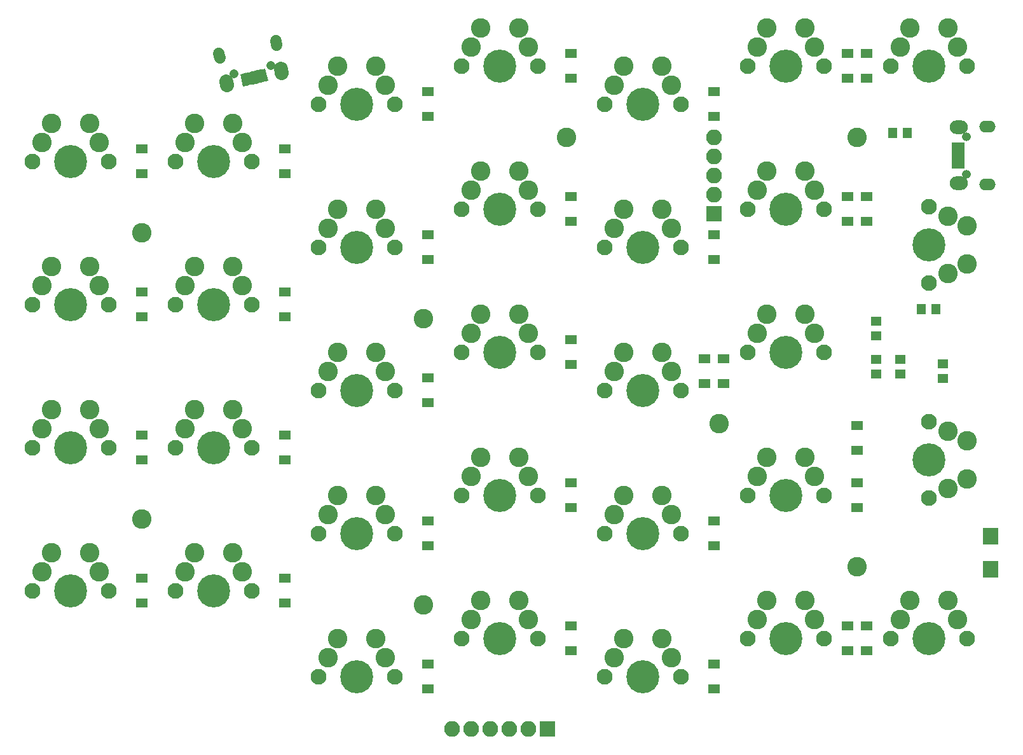
<source format=gbr>
G04 #@! TF.FileFunction,Soldermask,Bot*
%FSLAX46Y46*%
G04 Gerber Fmt 4.6, Leading zero omitted, Abs format (unit mm)*
G04 Created by KiCad (PCBNEW 4.0.7+dfsg1-1~bpo9+1) date Sat May 26 14:22:04 2018*
%MOMM*%
%LPD*%
G01*
G04 APERTURE LIST*
%ADD10C,0.100000*%
%ADD11C,2.600000*%
%ADD12C,4.400000*%
%ADD13C,2.100000*%
%ADD14R,2.100000X2.100000*%
%ADD15O,2.100000X2.100000*%
%ADD16C,1.850000*%
%ADD17C,1.550000*%
%ADD18C,1.200000*%
%ADD19R,1.400000X1.245000*%
%ADD20R,1.245000X1.400000*%
%ADD21O,2.400000X1.850000*%
%ADD22O,2.200000X1.550000*%
%ADD23O,1.200000X1.200000*%
%ADD24R,1.700000X0.850000*%
%ADD25R,2.100000X2.200000*%
%ADD26R,1.600000X1.300000*%
G04 APERTURE END LIST*
D10*
D11*
X154940000Y-52070000D03*
X148590000Y-54610000D03*
D12*
X152400000Y-57150000D03*
D13*
X147320000Y-57150000D03*
X157480000Y-57150000D03*
D11*
X149860000Y-52070000D03*
X156210000Y-54610000D03*
D14*
X142875000Y-57785000D03*
D15*
X142875000Y-55245000D03*
X142875000Y-52705000D03*
X142875000Y-50165000D03*
X142875000Y-47625000D03*
D14*
X120650000Y-126365000D03*
D15*
X118110000Y-126365000D03*
X115570000Y-126365000D03*
X113030000Y-126365000D03*
X110490000Y-126365000D03*
X107950000Y-126365000D03*
D11*
X154940000Y-71120000D03*
X148590000Y-73660000D03*
D12*
X152400000Y-76200000D03*
D13*
X147320000Y-76200000D03*
X157480000Y-76200000D03*
D11*
X149860000Y-71120000D03*
X156210000Y-73660000D03*
X97790000Y-38100000D03*
X91440000Y-40640000D03*
D12*
X95250000Y-43180000D03*
D13*
X90170000Y-43180000D03*
X100330000Y-43180000D03*
D11*
X92710000Y-38100000D03*
X99060000Y-40640000D03*
D16*
X85308110Y-39018140D02*
X85186258Y-38481808D01*
X78043247Y-40668676D02*
X77921395Y-40132344D01*
D17*
X84623575Y-35328098D02*
X84479569Y-34694250D01*
X77066168Y-37045099D02*
X76922162Y-36411251D01*
D18*
X83820000Y-37997464D02*
X83820000Y-37997464D01*
X78944253Y-39105207D02*
X78944253Y-39105207D01*
D10*
G36*
X80584258Y-38988978D02*
X80960891Y-40646732D01*
X80132014Y-40835048D01*
X79755381Y-39177294D01*
X80584258Y-38988978D01*
X80584258Y-38988978D01*
G37*
G36*
X81218105Y-38844971D02*
X81594738Y-40502725D01*
X80765861Y-40691041D01*
X80389228Y-39033287D01*
X81218105Y-38844971D01*
X81218105Y-38844971D01*
G37*
G36*
X81851952Y-38700965D02*
X82228585Y-40358719D01*
X81399708Y-40547035D01*
X81023075Y-38889281D01*
X81851952Y-38700965D01*
X81851952Y-38700965D01*
G37*
G36*
X82485799Y-38556958D02*
X82862432Y-40214712D01*
X82033555Y-40403028D01*
X81656922Y-38745274D01*
X82485799Y-38556958D01*
X82485799Y-38556958D01*
G37*
G36*
X83119646Y-38412952D02*
X83496279Y-40070706D01*
X82667402Y-40259022D01*
X82290769Y-38601268D01*
X83119646Y-38412952D01*
X83119646Y-38412952D01*
G37*
D11*
X78740000Y-45720000D03*
X72390000Y-48260000D03*
D12*
X76200000Y-50800000D03*
D13*
X71120000Y-50800000D03*
X81280000Y-50800000D03*
D11*
X73660000Y-45720000D03*
X80010000Y-48260000D03*
X135890000Y-38100000D03*
X129540000Y-40640000D03*
D12*
X133350000Y-43180000D03*
D13*
X128270000Y-43180000D03*
X138430000Y-43180000D03*
D11*
X130810000Y-38100000D03*
X137160000Y-40640000D03*
X154940000Y-33020000D03*
X148590000Y-35560000D03*
D12*
X152400000Y-38100000D03*
D13*
X147320000Y-38100000D03*
X157480000Y-38100000D03*
D11*
X149860000Y-33020000D03*
X156210000Y-35560000D03*
X173990000Y-33020000D03*
X167640000Y-35560000D03*
D12*
X171450000Y-38100000D03*
D13*
X166370000Y-38100000D03*
X176530000Y-38100000D03*
D11*
X168910000Y-33020000D03*
X175260000Y-35560000D03*
X78740000Y-64770000D03*
X72390000Y-67310000D03*
D12*
X76200000Y-69850000D03*
D13*
X71120000Y-69850000D03*
X81280000Y-69850000D03*
D11*
X73660000Y-64770000D03*
X80010000Y-67310000D03*
X97790000Y-57150000D03*
X91440000Y-59690000D03*
D12*
X95250000Y-62230000D03*
D13*
X90170000Y-62230000D03*
X100330000Y-62230000D03*
D11*
X92710000Y-57150000D03*
X99060000Y-59690000D03*
X116840000Y-52070000D03*
X110490000Y-54610000D03*
D12*
X114300000Y-57150000D03*
D13*
X109220000Y-57150000D03*
X119380000Y-57150000D03*
D11*
X111760000Y-52070000D03*
X118110000Y-54610000D03*
X135890000Y-57150000D03*
X129540000Y-59690000D03*
D12*
X133350000Y-62230000D03*
D13*
X128270000Y-62230000D03*
X138430000Y-62230000D03*
D11*
X130810000Y-57150000D03*
X137160000Y-59690000D03*
X78740000Y-83820000D03*
X72390000Y-86360000D03*
D12*
X76200000Y-88900000D03*
D13*
X71120000Y-88900000D03*
X81280000Y-88900000D03*
D11*
X73660000Y-83820000D03*
X80010000Y-86360000D03*
X97790000Y-76200000D03*
X91440000Y-78740000D03*
D12*
X95250000Y-81280000D03*
D13*
X90170000Y-81280000D03*
X100330000Y-81280000D03*
D11*
X92710000Y-76200000D03*
X99060000Y-78740000D03*
X116840000Y-71120000D03*
X110490000Y-73660000D03*
D12*
X114300000Y-76200000D03*
D13*
X109220000Y-76200000D03*
X119380000Y-76200000D03*
D11*
X111760000Y-71120000D03*
X118110000Y-73660000D03*
X135890000Y-76200000D03*
X129540000Y-78740000D03*
D12*
X133350000Y-81280000D03*
D13*
X128270000Y-81280000D03*
X138430000Y-81280000D03*
D11*
X130810000Y-76200000D03*
X137160000Y-78740000D03*
X78740000Y-102870000D03*
X72390000Y-105410000D03*
D12*
X76200000Y-107950000D03*
D13*
X71120000Y-107950000D03*
X81280000Y-107950000D03*
D11*
X73660000Y-102870000D03*
X80010000Y-105410000D03*
X97790000Y-95250000D03*
X91440000Y-97790000D03*
D12*
X95250000Y-100330000D03*
D13*
X90170000Y-100330000D03*
X100330000Y-100330000D03*
D11*
X92710000Y-95250000D03*
X99060000Y-97790000D03*
X116840000Y-90170000D03*
X110490000Y-92710000D03*
D12*
X114300000Y-95250000D03*
D13*
X109220000Y-95250000D03*
X119380000Y-95250000D03*
D11*
X111760000Y-90170000D03*
X118110000Y-92710000D03*
X135890000Y-95250000D03*
X129540000Y-97790000D03*
D12*
X133350000Y-100330000D03*
D13*
X128270000Y-100330000D03*
X138430000Y-100330000D03*
D11*
X130810000Y-95250000D03*
X137160000Y-97790000D03*
X154940000Y-90170000D03*
X148590000Y-92710000D03*
D12*
X152400000Y-95250000D03*
D13*
X147320000Y-95250000D03*
X157480000Y-95250000D03*
D11*
X149860000Y-90170000D03*
X156210000Y-92710000D03*
X97790000Y-114300000D03*
X91440000Y-116840000D03*
D12*
X95250000Y-119380000D03*
D13*
X90170000Y-119380000D03*
X100330000Y-119380000D03*
D11*
X92710000Y-114300000D03*
X99060000Y-116840000D03*
X116840000Y-109220000D03*
X110490000Y-111760000D03*
D12*
X114300000Y-114300000D03*
D13*
X109220000Y-114300000D03*
X119380000Y-114300000D03*
D11*
X111760000Y-109220000D03*
X118110000Y-111760000D03*
X135890000Y-114300000D03*
X129540000Y-116840000D03*
D12*
X133350000Y-119380000D03*
D13*
X128270000Y-119380000D03*
X138430000Y-119380000D03*
D11*
X130810000Y-114300000D03*
X137160000Y-116840000D03*
X154940000Y-109220000D03*
X148590000Y-111760000D03*
D12*
X152400000Y-114300000D03*
D13*
X147320000Y-114300000D03*
X157480000Y-114300000D03*
D11*
X149860000Y-109220000D03*
X156210000Y-111760000D03*
X173990000Y-109220000D03*
X167640000Y-111760000D03*
D12*
X171450000Y-114300000D03*
D13*
X166370000Y-114300000D03*
X176530000Y-114300000D03*
D11*
X168910000Y-109220000D03*
X175260000Y-111760000D03*
X59690000Y-45720000D03*
X53340000Y-48260000D03*
D12*
X57150000Y-50800000D03*
D13*
X52070000Y-50800000D03*
X62230000Y-50800000D03*
D11*
X54610000Y-45720000D03*
X60960000Y-48260000D03*
X59690000Y-64770000D03*
X53340000Y-67310000D03*
D12*
X57150000Y-69850000D03*
D13*
X52070000Y-69850000D03*
X62230000Y-69850000D03*
D11*
X54610000Y-64770000D03*
X60960000Y-67310000D03*
X59690000Y-83820000D03*
X53340000Y-86360000D03*
D12*
X57150000Y-88900000D03*
D13*
X52070000Y-88900000D03*
X62230000Y-88900000D03*
D11*
X54610000Y-83820000D03*
X60960000Y-86360000D03*
X59690000Y-102870000D03*
X53340000Y-105410000D03*
D12*
X57150000Y-107950000D03*
D13*
X52070000Y-107950000D03*
X62230000Y-107950000D03*
D11*
X54610000Y-102870000D03*
X60960000Y-105410000D03*
X116840000Y-33020000D03*
X110490000Y-35560000D03*
D12*
X114300000Y-38100000D03*
D13*
X109220000Y-38100000D03*
X119380000Y-38100000D03*
D11*
X111760000Y-33020000D03*
X118110000Y-35560000D03*
D19*
X164465000Y-72062500D03*
X164465000Y-73987500D03*
D20*
X170487500Y-70485000D03*
X172412500Y-70485000D03*
D19*
X164465000Y-77142500D03*
X164465000Y-79067500D03*
X167640000Y-79067500D03*
X167640000Y-77142500D03*
D21*
X175442000Y-53725000D03*
X175442000Y-46275000D03*
D22*
X179242000Y-53875000D03*
X179242000Y-46125000D03*
D23*
X176492000Y-52500000D03*
X176492000Y-47500000D03*
D24*
X175392000Y-48700000D03*
X175392000Y-49350000D03*
X175392000Y-50000000D03*
X175392000Y-50650000D03*
X175392000Y-51300000D03*
D11*
X66675000Y-98425000D03*
X161925000Y-104775000D03*
X161925000Y-47625000D03*
X66675000Y-60325000D03*
X104140000Y-109855000D03*
X123190000Y-47625000D03*
X104140000Y-71755000D03*
X143510000Y-85725000D03*
D19*
X173355000Y-79702500D03*
X173355000Y-77777500D03*
D20*
X168602500Y-46990000D03*
X166677500Y-46990000D03*
D25*
X179705000Y-100670000D03*
X179705000Y-105070000D03*
D11*
X176530000Y-64452500D03*
X173990000Y-58102500D03*
D12*
X171450000Y-61912500D03*
D13*
X171450000Y-56832500D03*
X171450000Y-66992500D03*
D11*
X176530000Y-59372500D03*
X173990000Y-65722500D03*
X176530000Y-93027500D03*
X173990000Y-86677500D03*
D12*
X171450000Y-90487500D03*
D13*
X171450000Y-85407500D03*
X171450000Y-95567500D03*
D11*
X176530000Y-87947500D03*
X173990000Y-94297500D03*
D26*
X66675000Y-52450000D03*
X66675000Y-49150000D03*
X85725000Y-52450000D03*
X85725000Y-49150000D03*
X104775000Y-44830000D03*
X104775000Y-41530000D03*
X123825000Y-39750000D03*
X123825000Y-36450000D03*
X142875000Y-44830000D03*
X142875000Y-41530000D03*
X160655000Y-39750000D03*
X160655000Y-36450000D03*
X163195000Y-39750000D03*
X163195000Y-36450000D03*
X66675000Y-71500000D03*
X66675000Y-68200000D03*
X85725000Y-71500000D03*
X85725000Y-68200000D03*
X104775000Y-63880000D03*
X104775000Y-60580000D03*
X123825000Y-58800000D03*
X123825000Y-55500000D03*
X142875000Y-63880000D03*
X142875000Y-60580000D03*
X160655000Y-58800000D03*
X160655000Y-55500000D03*
X163195000Y-58800000D03*
X163195000Y-55500000D03*
X66675000Y-90550000D03*
X66675000Y-87250000D03*
X85725000Y-90550000D03*
X85725000Y-87250000D03*
X104775000Y-82930000D03*
X104775000Y-79630000D03*
X123825000Y-77850000D03*
X123825000Y-74550000D03*
X141605000Y-80390000D03*
X141605000Y-77090000D03*
X144145000Y-80390000D03*
X144145000Y-77090000D03*
X66675000Y-109600000D03*
X66675000Y-106300000D03*
X85725000Y-109600000D03*
X85725000Y-106300000D03*
X104775000Y-101980000D03*
X104775000Y-98680000D03*
X123825000Y-96900000D03*
X123825000Y-93600000D03*
X142875000Y-101980000D03*
X142875000Y-98680000D03*
X161925000Y-96900000D03*
X161925000Y-93600000D03*
X161925000Y-89280000D03*
X161925000Y-85980000D03*
X104775000Y-121030000D03*
X104775000Y-117730000D03*
X123825000Y-115950000D03*
X123825000Y-112650000D03*
X142875000Y-121030000D03*
X142875000Y-117730000D03*
X160655000Y-115950000D03*
X160655000Y-112650000D03*
X163195000Y-115950000D03*
X163195000Y-112650000D03*
M02*

</source>
